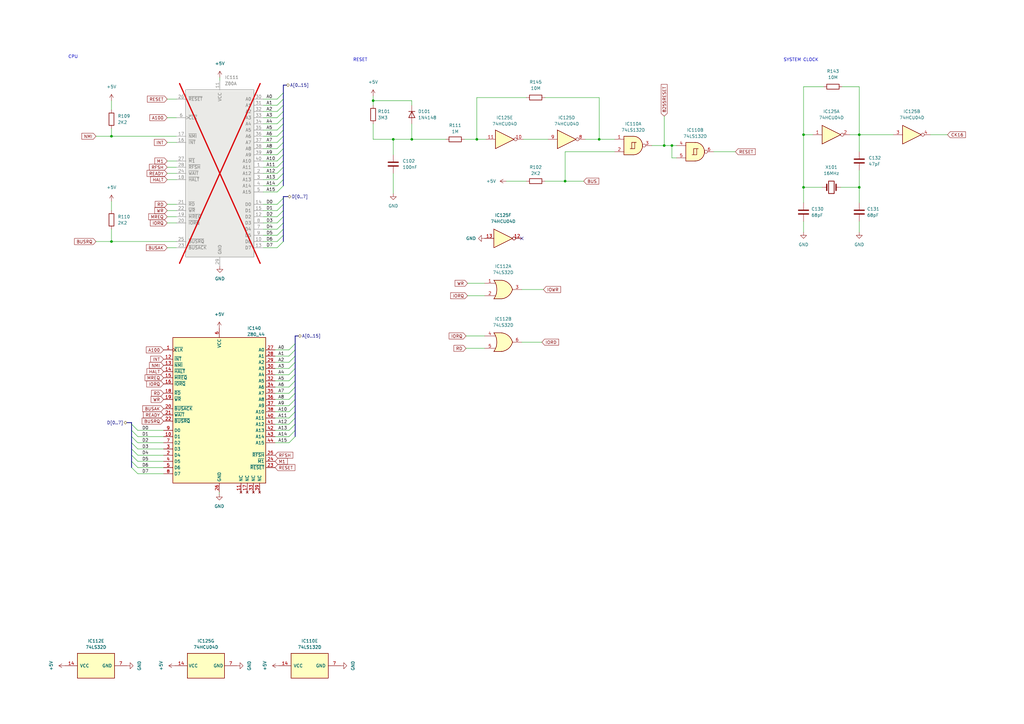
<source format=kicad_sch>
(kicad_sch (version 20230121) (generator eeschema)
  (paper "A3")
  (lib_symbols
    (symbol "74xx:74LS04"
      (property "Reference" "U" (at 0 1.27 0))
      (property "Value" "74LS04" (at 0 -1.27 0))
      (symbol "74LS04_1_0"
        (pin input line (at -7.62 0 0) (length 3.81) (name "~") (number "1"))
        (pin output inverted (at 7.62 0 180) (length 3.81) (name "~") (number "2"))
      )
      (symbol "74LS04_2_0"
        (pin input line (at -7.62 0 0) (length 3.81) (name "~") (number "3"))
        (pin output inverted (at 7.62 0 180) (length 3.81) (name "~") (number "4"))
      )
      (symbol "74LS04_3_0"
        (pin input line (at -7.62 0 0) (length 3.81) (name "~") (number "5"))
        (pin output inverted (at 7.62 0 180) (length 3.81) (name "~") (number "6"))
      )
      (symbol "74LS04_4_0"
        (pin output inverted (at 7.62 0 180) (length 3.81) (name "~") (number "8"))
        (pin input line (at -7.62 0 0) (length 3.81) (name "~") (number "9"))
      )
      (symbol "74LS04_5_0"
        (pin output inverted (at 7.62 0 180) (length 3.81) (name "~") (number "10"))
        (pin input line (at -7.62 0 0) (length 3.81) (name "~") (number "11"))
      )
      (symbol "74LS04_6_0"
        (pin output inverted (at 7.62 0 180) (length 3.81) (name "~") (number "12"))
        (pin input line (at -7.62 0 0) (length 3.81) (name "~") (number "13"))
      )
      (symbol "74LS04_7_0"
        (pin power_in line (at 0 12.7 270) (length 5.08) (name "VCC") (number "14"))
        (pin power_in line (at 0 -12.7 90) (length 5.08) (name "GND") (number "7"))
      )
    )
    (symbol "74xx:74LS132" (pin_names (offset 1.016))
      (property "Reference" "U" (at 0 1.27 0))
      (property "Value" "74LS132" (at 0 -1.27 0))
      (symbol "74LS132_1_1"
        (pin input line (at -7.62 2.54 0) (length 3.81) (name "~") (number "1"))
        (pin input line (at -7.62 -2.54 0) (length 3.81) (name "~") (number "2"))
        (pin output inverted (at 7.62 0 180) (length 3.81) (name "~") (number "3"))
      )
      (symbol "74LS132_1_2"
        (pin input inverted (at -7.62 2.54 0) (length 4.318) (name "~") (number "1"))
        (pin input inverted (at -7.62 -2.54 0) (length 4.318) (name "~") (number "2"))
        (pin output line (at 7.62 0 180) (length 3.81) (name "~") (number "3"))
      )
      (symbol "74LS132_2_1"
        (pin input line (at -7.62 2.54 0) (length 3.81) (name "~") (number "4"))
        (pin input line (at -7.62 -2.54 0) (length 3.81) (name "~") (number "5"))
        (pin output inverted (at 7.62 0 180) (length 3.81) (name "~") (number "6"))
      )
      (symbol "74LS132_2_2"
        (pin input inverted (at -7.62 2.54 0) (length 4.318) (name "~") (number "4"))
        (pin input inverted (at -7.62 -2.54 0) (length 4.318) (name "~") (number "5"))
        (pin output line (at 7.62 0 180) (length 3.81) (name "~") (number "6"))
      )
      (symbol "74LS132_3_1"
        (pin input line (at -7.62 -2.54 0) (length 3.81) (name "~") (number "10"))
        (pin output inverted (at 7.62 0 180) (length 3.81) (name "~") (number "8"))
        (pin input line (at -7.62 2.54 0) (length 3.81) (name "~") (number "9"))
      )
      (symbol "74LS132_3_2"
        (pin input inverted (at -7.62 -2.54 0) (length 4.318) (name "~") (number "10"))
        (pin output line (at 7.62 0 180) (length 3.81) (name "~") (number "8"))
        (pin input inverted (at -7.62 2.54 0) (length 4.318) (name "~") (number "9"))
      )
      (symbol "74LS132_4_1"
        (pin output inverted (at 7.62 0 180) (length 3.81) (name "~") (number "11"))
        (pin input line (at -7.62 2.54 0) (length 3.81) (name "~") (number "12"))
        (pin input line (at -7.62 -2.54 0) (length 3.81) (name "~") (number "13"))
      )
      (symbol "74LS132_4_2"
        (pin output line (at 7.62 0 180) (length 3.81) (name "~") (number "11"))
        (pin input inverted (at -7.62 2.54 0) (length 4.318) (name "~") (number "12"))
        (pin input inverted (at -7.62 -2.54 0) (length 4.318) (name "~") (number "13"))
      )
      (symbol "74LS132_5_0"
        (pin power_in line (at 0 12.7 270) (length 5.08) (name "VCC") (number "14"))
        (pin power_in line (at 0 -12.7 90) (length 5.08) (name "GND") (number "7"))
      )
    )
    (symbol "74xx:74LS32" (pin_names (offset 1.016))
      (property "Reference" "U" (at 0 1.27 0))
      (property "Value" "74LS32" (at 0 -1.27 0))
      (symbol "74LS32_1_1"
        (pin input line (at -7.62 2.54 0) (length 4.318) (name "~") (number "1"))
        (pin input line (at -7.62 -2.54 0) (length 4.318) (name "~") (number "2"))
        (pin output line (at 7.62 0 180) (length 3.81) (name "~") (number "3"))
      )
      (symbol "74LS32_1_2"
        (pin input inverted (at -7.62 2.54 0) (length 3.81) (name "~") (number "1"))
        (pin input inverted (at -7.62 -2.54 0) (length 3.81) (name "~") (number "2"))
        (pin output inverted (at 7.62 0 180) (length 3.81) (name "~") (number "3"))
      )
      (symbol "74LS32_2_1"
        (pin input line (at -7.62 2.54 0) (length 4.318) (name "~") (number "4"))
        (pin input line (at -7.62 -2.54 0) (length 4.318) (name "~") (number "5"))
        (pin output line (at 7.62 0 180) (length 3.81) (name "~") (number "6"))
      )
      (symbol "74LS32_2_2"
        (pin input inverted (at -7.62 2.54 0) (length 3.81) (name "~") (number "4"))
        (pin input inverted (at -7.62 -2.54 0) (length 3.81) (name "~") (number "5"))
        (pin output inverted (at 7.62 0 180) (length 3.81) (name "~") (number "6"))
      )
      (symbol "74LS32_3_1"
        (pin input line (at -7.62 -2.54 0) (length 4.318) (name "~") (number "10"))
        (pin output line (at 7.62 0 180) (length 3.81) (name "~") (number "8"))
        (pin input line (at -7.62 2.54 0) (length 4.318) (name "~") (number "9"))
      )
      (symbol "74LS32_3_2"
        (pin input inverted (at -7.62 -2.54 0) (length 3.81) (name "~") (number "10"))
        (pin output inverted (at 7.62 0 180) (length 3.81) (name "~") (number "8"))
        (pin input inverted (at -7.62 2.54 0) (length 3.81) (name "~") (number "9"))
      )
      (symbol "74LS32_4_1"
        (pin output line (at 7.62 0 180) (length 3.81) (name "~") (number "11"))
        (pin input line (at -7.62 2.54 0) (length 4.318) (name "~") (number "12"))
        (pin input line (at -7.62 -2.54 0) (length 4.318) (name "~") (number "13"))
      )
      (symbol "74LS32_4_2"
        (pin output inverted (at 7.62 0 180) (length 3.81) (name "~") (number "11"))
        (pin input inverted (at -7.62 2.54 0) (length 3.81) (name "~") (number "12"))
        (pin input inverted (at -7.62 -2.54 0) (length 3.81) (name "~") (number "13"))
      )
      (symbol "74LS32_5_0"
        (pin power_in line (at 0 12.7 270) (length 5.08) (name "VCC") (number "14"))
        (pin power_in line (at 0 -12.7 90) (length 5.08) (name "GND") (number "7"))
      )
    )
    (symbol "Amstrad:Z80_44"
      (property "Reference" "U" (at -17.78 31.75 0))
      (property "Value" "Z80_44" (at 15.24 31.75 0))
      (symbol "Z80_44_1_1"
        (pin input clock (at -22.86 25.4 0) (length 3.81) (name "~{CLK}") (number "1"))
        (pin bidirectional line (at -22.86 -10.16 0) (length 3.81) (name "D1") (number "10"))
        (pin no_connect line (at 8.89 -33.02 90) (length 3.81) (name "NC") (number "11"))
        (pin input line (at -22.86 21.59 0) (length 3.81) (name "~{INT}") (number "12"))
        (pin input line (at -22.86 19.05 0) (length 3.81) (name "~{NMI}") (number "13"))
        (pin output line (at -22.86 16.51 0) (length 3.81) (name "~{HALT}") (number "14"))
        (pin output line (at -22.86 13.97 0) (length 3.81) (name "~{MREQ}") (number "15"))
        (pin output line (at -22.86 11.43 0) (length 3.81) (name "~{IORQ}") (number "16"))
        (pin no_connect line (at 11.43 -33.02 90) (length 3.81) (name "NC") (number "17"))
        (pin output line (at -22.86 7.62 0) (length 3.81) (name "~{RD}") (number "18"))
        (pin output line (at -22.86 5.08 0) (length 3.81) (name "~{WR}") (number "19"))
        (pin bidirectional line (at -22.86 -17.78 0) (length 3.81) (name "D4") (number "2"))
        (pin output line (at -22.86 1.27 0) (length 3.81) (name "~{BUSACK}") (number "20"))
        (pin input line (at -22.86 -1.27 0) (length 3.81) (name "~{WAIT}") (number "21"))
        (pin input line (at -22.86 -3.81 0) (length 3.81) (name "~{BUSRQ}") (number "22"))
        (pin input line (at 22.86 -22.86 180) (length 3.81) (name "~{RESET}") (number "23"))
        (pin output line (at 22.86 -20.32 180) (length 3.81) (name "~{M1}") (number "24"))
        (pin output line (at 22.86 -17.78 180) (length 3.81) (name "~{RFSH}") (number "25"))
        (pin power_in line (at 0 -33.02 90) (length 3.81) (name "GND") (number "26"))
        (pin output line (at 22.86 25.4 180) (length 3.81) (name "A0") (number "27"))
        (pin output line (at 22.86 22.86 180) (length 3.81) (name "A1") (number "28"))
        (pin output line (at 22.86 20.32 180) (length 3.81) (name "A2") (number "29"))
        (pin bidirectional line (at -22.86 -15.24 0) (length 3.81) (name "D3") (number "3"))
        (pin output line (at 22.86 17.78 180) (length 3.81) (name "A3") (number "30"))
        (pin output line (at 22.86 15.24 180) (length 3.81) (name "A4") (number "31"))
        (pin output line (at 22.86 12.7 180) (length 3.81) (name "A5") (number "32"))
        (pin no_connect line (at 13.97 -33.02 90) (length 3.81) (name "NC") (number "33"))
        (pin output line (at 22.86 10.16 180) (length 3.81) (name "A6") (number "34"))
        (pin output line (at 22.86 7.62 180) (length 3.81) (name "A7") (number "35"))
        (pin output line (at 22.86 5.08 180) (length 3.81) (name "A8") (number "36"))
        (pin output line (at 22.86 2.54 180) (length 3.81) (name "A9") (number "37"))
        (pin output line (at 22.86 0 180) (length 3.81) (name "A10") (number "38"))
        (pin no_connect line (at 16.51 -33.02 90) (length 3.81) (name "NC") (number "39"))
        (pin bidirectional line (at -22.86 -20.32 0) (length 3.81) (name "D5") (number "4"))
        (pin output line (at 22.86 -2.54 180) (length 3.81) (name "A11") (number "40"))
        (pin output line (at 22.86 -5.08 180) (length 3.81) (name "A12") (number "41"))
        (pin output line (at 22.86 -7.62 180) (length 3.81) (name "A13") (number "42"))
        (pin output line (at 22.86 -10.16 180) (length 3.81) (name "A14") (number "43"))
        (pin output line (at 22.86 -12.7 180) (length 3.81) (name "A15") (number "44"))
        (pin bidirectional line (at -22.86 -22.86 0) (length 3.81) (name "D6") (number "5"))
        (pin power_in line (at 0 34.29 270) (length 3.81) (name "VCC") (number "6"))
        (pin bidirectional line (at -22.86 -12.7 0) (length 3.81) (name "D2") (number "7"))
        (pin bidirectional line (at -22.86 -25.4 0) (length 3.81) (name "D7") (number "8"))
        (pin bidirectional line (at -22.86 -7.62 0) (length 3.81) (name "D0") (number "9"))
      )
    )
    (symbol "CPU:Z80CPU" (pin_names (offset 1.016))
      (property "Reference" "U" (at -13.97 35.56 0))
      (property "Value" "Z80CPU" (at 6.35 35.56 0))
      (symbol "Z80CPU_1_1"
        (pin output line (at 17.78 2.54 180) (length 3.81) (name "A11") (number "1"))
        (pin bidirectional line (at 17.78 -27.94 180) (length 3.81) (name "D6") (number "10"))
        (pin power_in line (at 0 38.1 270) (length 3.81) (name "VCC") (number "11"))
        (pin bidirectional line (at 17.78 -17.78 180) (length 3.81) (name "D2") (number "12"))
        (pin bidirectional line (at 17.78 -30.48 180) (length 3.81) (name "D7") (number "13"))
        (pin bidirectional line (at 17.78 -12.7 180) (length 3.81) (name "D0") (number "14"))
        (pin bidirectional line (at 17.78 -15.24 180) (length 3.81) (name "D1") (number "15"))
        (pin input line (at -17.78 12.7 0) (length 3.81) (name "~{INT}") (number "16"))
        (pin input line (at -17.78 15.24 0) (length 3.81) (name "~{NMI}") (number "17"))
        (pin output line (at -17.78 -2.54 0) (length 3.81) (name "~{HALT}") (number "18"))
        (pin output line (at -17.78 -17.78 0) (length 3.81) (name "~{MREQ}") (number "19"))
        (pin output line (at 17.78 0 180) (length 3.81) (name "A12") (number "2"))
        (pin output line (at -17.78 -20.32 0) (length 3.81) (name "~{IORQ}") (number "20"))
        (pin output line (at -17.78 -12.7 0) (length 3.81) (name "~{RD}") (number "21"))
        (pin output line (at -17.78 -15.24 0) (length 3.81) (name "~{WR}") (number "22"))
        (pin output line (at -17.78 -30.48 0) (length 3.81) (name "~{BUSACK}") (number "23"))
        (pin input line (at -17.78 0 0) (length 3.81) (name "~{WAIT}") (number "24"))
        (pin input line (at -17.78 -27.94 0) (length 3.81) (name "~{BUSRQ}") (number "25"))
        (pin input line (at -17.78 30.48 0) (length 3.81) (name "~{RESET}") (number "26"))
        (pin output line (at -17.78 5.08 0) (length 3.81) (name "~{M1}") (number "27"))
        (pin output line (at -17.78 2.54 0) (length 3.81) (name "~{RFSH}") (number "28"))
        (pin power_in line (at 0 -38.1 90) (length 3.81) (name "GND") (number "29"))
        (pin output line (at 17.78 -2.54 180) (length 3.81) (name "A13") (number "3"))
        (pin output line (at 17.78 30.48 180) (length 3.81) (name "A0") (number "30"))
        (pin output line (at 17.78 27.94 180) (length 3.81) (name "A1") (number "31"))
        (pin output line (at 17.78 25.4 180) (length 3.81) (name "A2") (number "32"))
        (pin output line (at 17.78 22.86 180) (length 3.81) (name "A3") (number "33"))
        (pin output line (at 17.78 20.32 180) (length 3.81) (name "A4") (number "34"))
        (pin output line (at 17.78 17.78 180) (length 3.81) (name "A5") (number "35"))
        (pin output line (at 17.78 15.24 180) (length 3.81) (name "A6") (number "36"))
        (pin output line (at 17.78 12.7 180) (length 3.81) (name "A7") (number "37"))
        (pin output line (at 17.78 10.16 180) (length 3.81) (name "A8") (number "38"))
        (pin output line (at 17.78 7.62 180) (length 3.81) (name "A9") (number "39"))
        (pin output line (at 17.78 -5.08 180) (length 3.81) (name "A14") (number "4"))
        (pin output line (at 17.78 5.08 180) (length 3.81) (name "A10") (number "40"))
        (pin output line (at 17.78 -7.62 180) (length 3.81) (name "A15") (number "5"))
        (pin input clock (at -17.78 22.86 0) (length 3.81) (name "~{CLK}") (number "6"))
        (pin bidirectional line (at 17.78 -22.86 180) (length 3.81) (name "D4") (number "7"))
        (pin bidirectional line (at 17.78 -20.32 180) (length 3.81) (name "D3") (number "8"))
        (pin bidirectional line (at 17.78 -25.4 180) (length 3.81) (name "D5") (number "9"))
      )
    )
    (symbol "Device:C" (pin_numbers hide) (pin_names (offset 0.254))
      (property "Reference" "C" (at 0.635 2.54 0))
      (property "Value" "C" (at 0.635 -2.54 0))
      (symbol "C_1_1"
        (pin passive line (at 0 3.81 270) (length 2.794) (name "~") (number "1"))
        (pin passive line (at 0 -3.81 90) (length 2.794) (name "~") (number "2"))
      )
    )
    (symbol "Device:Crystal" (pin_numbers hide) (pin_names (offset 1.016) hide)
      (property "Reference" "Y" (at 0 3.81 0))
      (property "Value" "Crystal" (at 0 -3.81 0))
      (symbol "Crystal_1_1"
        (pin passive line (at -3.81 0 0) (length 1.27) (name "1") (number "1"))
        (pin passive line (at 3.81 0 180) (length 1.27) (name "2") (number "2"))
      )
    )
    (symbol "Device:D" (pin_numbers hide) (pin_names (offset 1.016) hide)
      (property "Reference" "D" (at 0 2.54 0))
      (property "Value" "D" (at 0 -2.54 0))
      (symbol "D_1_1"
        (pin passive line (at -3.81 0 0) (length 2.54) (name "K") (number "1"))
        (pin passive line (at 3.81 0 180) (length 2.54) (name "A") (number "2"))
      )
    )
    (symbol "Device:R" (pin_numbers hide) (pin_names (offset 0))
      (property "Reference" "R" (at 2.032 0 90))
      (property "Value" "R" (at 0 0 90))
      (symbol "R_1_1"
        (pin passive line (at 0 3.81 270) (length 1.27) (name "~") (number "1"))
        (pin passive line (at 0 -3.81 90) (length 1.27) (name "~") (number "2"))
      )
    )
    (symbol "power:+5V" (power) (pin_names (offset 0))
      (property "Value" "+5V" (at 0 3.556 0))
      (symbol "+5V_1_1"
        (pin power_in line (at 0 0 90) (length 0) hide (name "+5V") (number "1"))
      )
    )
    (symbol "power:GND" (power) (pin_names (offset 0))
      (property "Value" "GND" (at 0 -3.81 0))
      (symbol "GND_1_1"
        (pin power_in line (at 0 0 270) (length 0) hide (name "GND") (number "1"))
      )
    )
  )
  (junction (at 245.745 57.15))
  (junction (at 45.72 99.06))
  (junction (at 272.415 59.69))
  (junction (at 231.775 74.295))
  (junction (at 275.59 59.69))
  (junction (at 153.035 41.275))
  (junction (at 195.58 57.15))
  (junction (at 329.565 55.245))
  (junction (at 352.425 76.835))
  (junction (at 45.72 55.88))
  (junction (at 329.565 76.835))
  (junction (at 168.91 57.15))
  (junction (at 161.29 57.15))
  (junction (at 352.425 55.245))
  (no_connect (at 213.995 97.79))
  (bus_entry (at 56.515 176.53) (size -2.54 -2.54))
  (bus_entry (at 113.665 93.98) (size 2.54 -2.54))
  (bus_entry (at 118.5322 171.45) (size 2.54 -2.54))
  (bus_entry (at 118.5322 168.91) (size 2.54 -2.54))
  (bus_entry (at 56.515 189.23) (size -2.54 -2.54))
  (bus_entry (at 113.665 66.04) (size 2.54 -2.54))
  (bus_entry (at 113.665 53.34) (size 2.54 -2.54))
  (bus_entry (at 113.665 83.82) (size 2.54 -2.54))
  (bus_entry (at 118.5322 163.83) (size 2.54 -2.54))
  (bus_entry (at 113.665 50.8) (size 2.54 -2.54))
  (bus_entry (at 113.665 86.36) (size 2.54 -2.54))
  (bus_entry (at 113.665 58.42) (size 2.54 -2.54))
  (bus_entry (at 118.5322 173.99) (size 2.54 -2.54))
  (bus_entry (at 118.5322 158.75) (size 2.54 -2.54))
  (bus_entry (at 113.665 76.2) (size 2.54 -2.54))
  (bus_entry (at 113.665 99.06) (size 2.54 -2.54))
  (bus_entry (at 118.5322 153.67) (size 2.54 -2.54))
  (bus_entry (at 118.5322 176.53) (size 2.54 -2.54))
  (bus_entry (at 118.5322 179.07) (size 2.54 -2.54))
  (bus_entry (at 118.5322 148.59) (size 2.54 -2.54))
  (bus_entry (at 56.515 179.07) (size -2.54 -2.54))
  (bus_entry (at 56.515 184.15) (size -2.54 -2.54))
  (bus_entry (at 56.515 181.61) (size -2.54 -2.54))
  (bus_entry (at 118.5322 181.61) (size 2.54 -2.54))
  (bus_entry (at 118.5322 143.51) (size 2.54 -2.54))
  (bus_entry (at 113.665 96.52) (size 2.54 -2.54))
  (bus_entry (at 118.5322 166.37) (size 2.54 -2.54))
  (bus_entry (at 56.515 194.31) (size -2.54 -2.54))
  (bus_entry (at 56.515 191.77) (size -2.54 -2.54))
  (bus_entry (at 113.665 101.6) (size 2.54 -2.54))
  (bus_entry (at 113.665 48.26) (size 2.54 -2.54))
  (bus_entry (at 113.665 40.64) (size 2.54 -2.54))
  (bus_entry (at 118.5322 161.29) (size 2.54 -2.54))
  (bus_entry (at 118.5322 151.13) (size 2.54 -2.54))
  (bus_entry (at 113.665 60.96) (size 2.54 -2.54))
  (bus_entry (at 113.665 73.66) (size 2.54 -2.54))
  (bus_entry (at 118.5322 156.21) (size 2.54 -2.54))
  (bus_entry (at 56.515 186.69) (size -2.54 -2.54))
  (bus_entry (at 113.665 63.5) (size 2.54 -2.54))
  (bus_entry (at 113.665 88.9) (size 2.54 -2.54))
  (bus_entry (at 113.665 91.44) (size 2.54 -2.54))
  (bus_entry (at 113.665 71.12) (size 2.54 -2.54))
  (bus_entry (at 113.665 43.18) (size 2.54 -2.54))
  (bus_entry (at 113.665 45.72) (size 2.54 -2.54))
  (bus_entry (at 118.5322 146.05) (size 2.54 -2.54))
  (bus_entry (at 113.665 55.88) (size 2.54 -2.54))
  (bus_entry (at 113.665 68.58) (size 2.54 -2.54))
  (bus_entry (at 113.665 78.74) (size 2.54 -2.54))
  (wire (pts (xy 56.515 176.53) (xy 67.0972 176.53)))
  (wire (pts (xy 352.425 55.245) (xy 352.425 35.56)))
  (bus (pts (xy 121.0722 151.13) (xy 121.0722 153.67)))
  (wire (pts (xy 107.95 48.26) (xy 113.665 48.26)))
  (wire (pts (xy 272.415 59.69) (xy 275.59 59.69)))
  (wire (pts (xy 107.95 73.66) (xy 113.665 73.66)))
  (wire (pts (xy 153.035 41.275) (xy 153.035 43.18)))
  (bus (pts (xy 53.975 181.61) (xy 53.975 184.15)))
  (wire (pts (xy 56.515 179.07) (xy 67.0972 179.07)))
  (bus (pts (xy 121.0722 153.67) (xy 121.0722 156.21)))
  (wire (pts (xy 245.745 57.15) (xy 252.095 57.15)))
  (wire (pts (xy 153.035 39.37) (xy 153.035 41.275)))
  (wire (pts (xy 231.775 74.295) (xy 239.395 74.295)))
  (wire (pts (xy 68.58 101.6) (xy 72.39 101.6)))
  (wire (pts (xy 277.495 64.77) (xy 275.59 64.77)))
  (bus (pts (xy 121.0722 163.83) (xy 121.0722 166.37)))
  (wire (pts (xy 107.95 53.34) (xy 113.665 53.34)))
  (wire (pts (xy 329.565 35.56) (xy 337.82 35.56)))
  (wire (pts (xy 245.745 40.005) (xy 245.745 57.15)))
  (wire (pts (xy 45.72 55.88) (xy 72.39 55.88)))
  (wire (pts (xy 352.425 69.85) (xy 352.425 76.835)))
  (wire (pts (xy 68.58 83.82) (xy 72.39 83.82)))
  (wire (pts (xy 207.645 74.295) (xy 215.9 74.295)))
  (wire (pts (xy 348.615 55.245) (xy 352.425 55.245)))
  (wire (pts (xy 112.8172 176.53) (xy 118.5322 176.53)))
  (wire (pts (xy 68.58 86.36) (xy 72.39 86.36)))
  (wire (pts (xy 267.335 59.69) (xy 272.415 59.69)))
  (bus (pts (xy 116.205 45.72) (xy 116.205 48.26)))
  (wire (pts (xy 214.63 57.15) (xy 224.79 57.15)))
  (bus (pts (xy 121.0722 166.37) (xy 121.0722 168.91)))
  (bus (pts (xy 121.0722 148.59) (xy 121.0722 151.13)))
  (bus (pts (xy 116.205 34.925) (xy 116.205 38.1)))
  (wire (pts (xy 153.035 57.15) (xy 161.29 57.15)))
  (wire (pts (xy 215.9 40.005) (xy 195.58 40.005)))
  (wire (pts (xy 352.425 83.185) (xy 352.425 76.835)))
  (bus (pts (xy 116.205 93.98) (xy 116.205 96.52)))
  (wire (pts (xy 112.8172 171.45) (xy 118.5322 171.45)))
  (wire (pts (xy 45.72 41.275) (xy 45.72 45.085)))
  (bus (pts (xy 53.975 186.69) (xy 53.975 189.23)))
  (wire (pts (xy 56.515 189.23) (xy 67.0972 189.23)))
  (wire (pts (xy 161.29 71.12) (xy 161.29 79.375)))
  (bus (pts (xy 122.3422 137.795) (xy 121.0722 137.795)))
  (bus (pts (xy 121.0722 173.99) (xy 121.0722 176.53)))
  (bus (pts (xy 116.205 63.5) (xy 116.205 66.04)))
  (wire (pts (xy 329.565 83.185) (xy 329.565 76.835)))
  (wire (pts (xy 112.8172 156.21) (xy 118.5322 156.21)))
  (wire (pts (xy 107.95 43.18) (xy 113.665 43.18)))
  (bus (pts (xy 121.0722 146.05) (xy 121.0722 148.59)))
  (wire (pts (xy 107.95 99.06) (xy 113.665 99.06)))
  (wire (pts (xy 352.425 90.805) (xy 352.425 95.25)))
  (wire (pts (xy 153.035 41.275) (xy 168.91 41.275)))
  (wire (pts (xy 107.95 66.04) (xy 113.665 66.04)))
  (wire (pts (xy 45.72 82.55) (xy 45.72 86.36)))
  (bus (pts (xy 116.205 40.64) (xy 116.205 43.18)))
  (wire (pts (xy 68.58 88.9) (xy 72.39 88.9)))
  (wire (pts (xy 168.91 50.8) (xy 168.91 57.15)))
  (wire (pts (xy 56.515 186.69) (xy 67.0972 186.69)))
  (bus (pts (xy 121.0722 137.795) (xy 121.0722 140.97)))
  (wire (pts (xy 292.735 62.23) (xy 301.625 62.23)))
  (wire (pts (xy 112.8172 179.07) (xy 118.5322 179.07)))
  (wire (pts (xy 107.95 71.12) (xy 113.665 71.12)))
  (wire (pts (xy 107.95 40.64) (xy 113.665 40.64)))
  (bus (pts (xy 116.205 88.9) (xy 116.205 91.44)))
  (wire (pts (xy 107.95 78.74) (xy 113.665 78.74)))
  (bus (pts (xy 116.205 43.18) (xy 116.205 45.72)))
  (wire (pts (xy 68.58 58.42) (xy 72.39 58.42)))
  (wire (pts (xy 107.95 86.36) (xy 113.665 86.36)))
  (wire (pts (xy 45.72 93.98) (xy 45.72 99.06)))
  (wire (pts (xy 191.135 137.795) (xy 198.755 137.795)))
  (wire (pts (xy 107.95 45.72) (xy 113.665 45.72)))
  (bus (pts (xy 116.205 73.66) (xy 116.205 76.2)))
  (bus (pts (xy 116.205 81.28) (xy 116.205 83.82)))
  (wire (pts (xy 168.91 43.18) (xy 168.91 41.275)))
  (bus (pts (xy 53.975 179.07) (xy 53.975 181.61)))
  (bus (pts (xy 52.07 173.355) (xy 53.975 173.355)))
  (wire (pts (xy 45.72 52.705) (xy 45.72 55.88)))
  (wire (pts (xy 39.37 99.06) (xy 45.72 99.06)))
  (bus (pts (xy 116.205 80.645) (xy 116.205 81.28)))
  (wire (pts (xy 112.8172 168.91) (xy 118.5322 168.91)))
  (wire (pts (xy 112.8172 173.99) (xy 118.5322 173.99)))
  (wire (pts (xy 107.95 50.8) (xy 113.665 50.8)))
  (bus (pts (xy 116.205 60.96) (xy 116.205 63.5)))
  (bus (pts (xy 116.205 58.42) (xy 116.205 60.96)))
  (wire (pts (xy 107.95 76.2) (xy 113.665 76.2)))
  (wire (pts (xy 275.59 64.77) (xy 275.59 59.69)))
  (wire (pts (xy 191.77 121.285) (xy 198.755 121.285)))
  (bus (pts (xy 116.205 66.04) (xy 116.205 68.58)))
  (wire (pts (xy 68.58 40.64) (xy 72.39 40.64)))
  (wire (pts (xy 112.8172 151.13) (xy 118.5322 151.13)))
  (wire (pts (xy 223.52 74.295) (xy 231.775 74.295)))
  (bus (pts (xy 116.205 96.52) (xy 116.205 99.06)))
  (wire (pts (xy 107.95 55.88) (xy 113.665 55.88)))
  (wire (pts (xy 191.135 142.875) (xy 198.755 142.875)))
  (bus (pts (xy 116.205 50.8) (xy 116.205 53.34)))
  (wire (pts (xy 112.8172 166.37) (xy 118.5322 166.37)))
  (bus (pts (xy 116.205 68.58) (xy 116.205 71.12)))
  (bus (pts (xy 121.0722 161.29) (xy 121.0722 163.83)))
  (wire (pts (xy 329.565 76.835) (xy 329.565 55.245)))
  (wire (pts (xy 107.95 83.82) (xy 113.665 83.82)))
  (wire (pts (xy 107.95 91.44) (xy 113.665 91.44)))
  (bus (pts (xy 116.205 83.82) (xy 116.205 86.36)))
  (bus (pts (xy 116.205 53.34) (xy 116.205 55.88)))
  (wire (pts (xy 107.95 93.98) (xy 113.665 93.98)))
  (bus (pts (xy 116.205 38.1) (xy 116.205 40.64)))
  (wire (pts (xy 112.8172 153.67) (xy 118.5322 153.67)))
  (bus (pts (xy 121.0722 176.53) (xy 121.0722 179.07)))
  (bus (pts (xy 121.0722 143.51) (xy 121.0722 146.05)))
  (wire (pts (xy 68.58 71.12) (xy 72.39 71.12)))
  (wire (pts (xy 231.775 62.23) (xy 252.095 62.23)))
  (bus (pts (xy 117.475 34.925) (xy 116.205 34.925)))
  (wire (pts (xy 112.8172 158.75) (xy 118.5322 158.75)))
  (wire (pts (xy 223.52 40.005) (xy 245.745 40.005)))
  (bus (pts (xy 116.205 86.36) (xy 116.205 88.9)))
  (bus (pts (xy 118.11 80.645) (xy 116.205 80.645)))
  (bus (pts (xy 116.205 48.26) (xy 116.205 50.8)))
  (wire (pts (xy 275.59 59.69) (xy 277.495 59.69)))
  (wire (pts (xy 68.58 73.66) (xy 72.39 73.66)))
  (wire (pts (xy 107.95 96.52) (xy 113.665 96.52)))
  (wire (pts (xy 195.58 57.15) (xy 199.39 57.15)))
  (wire (pts (xy 329.565 55.245) (xy 333.375 55.245)))
  (wire (pts (xy 329.565 76.835) (xy 337.185 76.835)))
  (wire (pts (xy 344.805 76.835) (xy 352.425 76.835)))
  (wire (pts (xy 112.8172 163.83) (xy 118.5322 163.83)))
  (wire (pts (xy 161.29 57.15) (xy 161.29 63.5)))
  (bus (pts (xy 121.0722 168.91) (xy 121.0722 171.45)))
  (wire (pts (xy 107.95 68.58) (xy 113.665 68.58)))
  (wire (pts (xy 240.03 57.15) (xy 245.745 57.15)))
  (wire (pts (xy 329.565 55.245) (xy 329.565 35.56)))
  (bus (pts (xy 121.0722 171.45) (xy 121.0722 173.99)))
  (wire (pts (xy 213.995 118.745) (xy 222.885 118.745)))
  (wire (pts (xy 112.8172 146.05) (xy 118.5322 146.05)))
  (wire (pts (xy 352.425 55.245) (xy 352.425 62.23)))
  (wire (pts (xy 107.95 88.9) (xy 113.665 88.9)))
  (bus (pts (xy 116.205 71.12) (xy 116.205 73.66)))
  (bus (pts (xy 116.205 55.88) (xy 116.205 58.42)))
  (wire (pts (xy 39.37 55.88) (xy 45.72 55.88)))
  (bus (pts (xy 53.975 184.15) (xy 53.975 186.69)))
  (wire (pts (xy 45.72 99.06) (xy 72.39 99.06)))
  (wire (pts (xy 329.565 90.805) (xy 329.565 95.25)))
  (wire (pts (xy 231.775 74.295) (xy 231.775 62.23)))
  (bus (pts (xy 53.975 189.23) (xy 53.975 191.77)))
  (wire (pts (xy 191.77 116.205) (xy 198.755 116.205)))
  (bus (pts (xy 121.0722 156.21) (xy 121.0722 158.75)))
  (wire (pts (xy 272.415 47.625) (xy 272.415 59.69)))
  (bus (pts (xy 53.975 173.99) (xy 53.975 176.53)))
  (bus (pts (xy 116.205 91.44) (xy 116.205 93.98)))
  (wire (pts (xy 68.58 91.44) (xy 72.39 91.44)))
  (bus (pts (xy 53.975 173.355) (xy 53.975 173.99)))
  (bus (pts (xy 53.975 176.53) (xy 53.975 179.07)))
  (wire (pts (xy 56.515 181.61) (xy 67.0972 181.61)))
  (wire (pts (xy 56.515 194.31) (xy 67.0972 194.31)))
  (wire (pts (xy 107.95 63.5) (xy 113.665 63.5)))
  (wire (pts (xy 153.035 50.8) (xy 153.035 57.15)))
  (wire (pts (xy 213.995 140.335) (xy 222.25 140.335)))
  (wire (pts (xy 112.8172 181.61) (xy 118.5322 181.61)))
  (wire (pts (xy 107.95 58.42) (xy 113.665 58.42)))
  (bus (pts (xy 121.0722 140.97) (xy 121.0722 143.51)))
  (wire (pts (xy 352.425 35.56) (xy 345.44 35.56)))
  (wire (pts (xy 56.515 191.77) (xy 67.0972 191.77)))
  (wire (pts (xy 112.8172 148.59) (xy 118.5322 148.59)))
  (wire (pts (xy 168.91 57.15) (xy 182.88 57.15)))
  (wire (pts (xy 68.58 68.58) (xy 72.39 68.58)))
  (wire (pts (xy 190.5 57.15) (xy 195.58 57.15)))
  (wire (pts (xy 107.95 101.6) (xy 113.665 101.6)))
  (wire (pts (xy 68.58 66.04) (xy 72.39 66.04)))
  (wire (pts (xy 107.95 60.96) (xy 113.665 60.96)))
  (wire (pts (xy 112.8172 161.29) (xy 118.5322 161.29)))
  (bus (pts (xy 121.0722 158.75) (xy 121.0722 161.29)))
  (wire (pts (xy 161.29 57.15) (xy 168.91 57.15)))
  (wire (pts (xy 56.515 184.15) (xy 67.0972 184.15)))
  (wire (pts (xy 68.58 48.26) (xy 72.39 48.26)))
  (wire (pts (xy 195.58 40.005) (xy 195.58 57.15)))
  (wire (pts (xy 90.17 31.75) (xy 90.17 33.02)))
  (wire (pts (xy 352.425 55.245) (xy 366.395 55.245)))
  (wire (pts (xy 381.635 55.245) (xy 388.62 55.245)))
  (wire (pts (xy 89.9572 202.565) (xy 89.9572 201.93)))
  (wire (pts (xy 112.8172 143.51) (xy 118.5322 143.51)))
  (text "RESET" (at 144.78 25.4 0) (effects (font (size 1.27 1.27)) (justify left bottom)))
  (text "CPU" (at 27.94 24.13 0) (effects (font (size 1.27 1.27)) (justify left bottom)))
  (text "SYSTEM CLOCK" (at 321.31 25.4 0) (effects (font (size 1.27 1.27)) (justify left bottom)))
  (label "A1" (at 109.22 43.18 0))
  (label "D0" (at 60.96 176.53 180))
  (label "D7" (at 60.96 194.31 180))
  (label "A1" (at 114.0872 146.05 0))
  (label "D5" (at 60.96 189.23 180))
  (label "D2" (at 109.22 88.9 0))
  (label "A4" (at 114.0872 153.67 0))
  (label "A15" (at 114.0872 181.61 0))
  (label "A5" (at 114.0872 156.21 0))
  (label "A3" (at 109.22 48.26 0))
  (label "A0" (at 109.22 40.64 0))
  (label "D2" (at 60.96 181.61 180))
  (label "A12" (at 114.0872 173.99 0))
  (label "A10" (at 114.0872 168.91 0))
  (label "D4" (at 60.96 186.69 180))
  (label "A2" (at 109.22 45.72 0))
  (label "D3" (at 109.22 91.44 0))
  (label "A15" (at 109.22 78.74 0))
  (label "A5" (at 109.22 53.34 0))
  (label "A7" (at 109.22 58.42 0))
  (label "A6" (at 114.0872 158.75 0))
  (label "A13" (at 114.0872 176.53 0))
  (label "D1" (at 60.96 179.07 180))
  (label "A3" (at 114.0872 151.13 0))
  (label "A8" (at 114.0872 163.83 0))
  (label "A7" (at 114.0872 161.29 0))
  (label "D6" (at 60.96 191.77 180))
  (label "A0" (at 114.0872 143.51 0))
  (label "D3" (at 60.96 184.15 180))
  (label "A14" (at 109.22 76.2 0))
  (label "D0" (at 109.22 83.82 0))
  (label "D7" (at 109.22 101.6 0))
  (label "A2" (at 114.0872 148.59 0))
  (label "A8" (at 109.22 60.96 0))
  (label "A11" (at 114.0872 171.45 0))
  (label "A9" (at 109.22 63.5 0))
  (label "A11" (at 109.22 68.58 0))
  (label "D5" (at 109.22 96.52 0))
  (label "A13" (at 109.22 73.66 0))
  (label "A14" (at 114.0872 179.07 0))
  (label "A12" (at 109.22 71.12 0))
  (label "A4" (at 109.22 50.8 0))
  (label "A6" (at 109.22 55.88 0))
  (label "A9" (at 114.0872 166.37 0))
  (label "A10" (at 109.22 66.04 0))
  (label "D4" (at 109.22 93.98 0))
  (label "D6" (at 109.22 99.06 0))
  (label "D1" (at 109.22 86.36 0))
  (global_label "WR" (shape input) (at 191.77 116.205 180) (property "Intersheetrefs" "${INTERSHEET_REFS}" (effects hide)))
  (global_label "RESET" (shape input) (at 68.58 40.64 180) (property "Intersheetrefs" "${INTERSHEET_REFS}" (effects hide)))
  (global_label "BUSRQ" (shape input) (at 67.0972 172.72 180) (property "Intersheetrefs" "${INTERSHEET_REFS}" (effects hide)))
  (global_label "INT" (shape input) (at 68.58 58.42 180) (property "Intersheetrefs" "${INTERSHEET_REFS}" (effects hide)))
  (global_label "BUSAK" (shape input) (at 67.0972 167.64 180) (property "Intersheetrefs" "${INTERSHEET_REFS}" (effects hide)))
  (global_label "RD" (shape input) (at 68.58 83.82 180) (property "Intersheetrefs" "${INTERSHEET_REFS}" (effects hide)))
  (global_label "IOWR" (shape input) (at 222.885 118.745 0) (property "Intersheetrefs" "${INTERSHEET_REFS}" (effects hide)))
  (global_label "WR" (shape input) (at 67.0972 163.83 180) (property "Intersheetrefs" "${INTERSHEET_REFS}" (effects hide)))
  (global_label "BUS" (shape input) (at 239.395 74.295 0) (property "Intersheetrefs" "${INTERSHEET_REFS}" (effects hide)))
  (global_label "INT" (shape input) (at 67.0972 147.32 180) (property "Intersheetrefs" "${INTERSHEET_REFS}" (effects hide)))
  (global_label "NMI" (shape input) (at 67.0972 149.86 180) (property "Intersheetrefs" "${INTERSHEET_REFS}" (effects hide)))
  (global_label "RESET" (shape input) (at 301.625 62.23 0) (property "Intersheetrefs" "${INTERSHEET_REFS}" (effects hide)))
  (global_label "A100" (shape input) (at 68.58 48.26 180) (property "Intersheetrefs" "${INTERSHEET_REFS}" (effects hide)))
  (global_label "READY" (shape input) (at 68.58 71.12 180) (property "Intersheetrefs" "${INTERSHEET_REFS}" (effects hide)))
  (global_label "RD" (shape input) (at 191.135 142.875 180) (property "Intersheetrefs" "${INTERSHEET_REFS}" (effects hide)))
  (global_label "HALT" (shape input) (at 67.0972 152.4 180) (property "Intersheetrefs" "${INTERSHEET_REFS}" (effects hide)))
  (global_label "MREQ" (shape input) (at 67.0972 154.94 180) (property "Intersheetrefs" "${INTERSHEET_REFS}" (effects hide)))
  (global_label "IORQ" (shape input) (at 67.0972 157.48 180) (property "Intersheetrefs" "${INTERSHEET_REFS}" (effects hide)))
  (global_label "8255RESET" (shape input) (at 272.415 47.625 90) (property "Intersheetrefs" "${INTERSHEET_REFS}" (effects hide)))
  (global_label "IORQ" (shape input) (at 191.135 137.795 180) (property "Intersheetrefs" "${INTERSHEET_REFS}" (effects hide)))
  (global_label "MREQ" (shape input) (at 68.58 88.9 180) (property "Intersheetrefs" "${INTERSHEET_REFS}" (effects hide)))
  (global_label "NMI" (shape input) (at 39.37 55.88 180) (property "Intersheetrefs" "${INTERSHEET_REFS}" (effects hide)))
  (global_label "RESET" (shape input) (at 112.8172 191.77 0) (property "Intersheetrefs" "${INTERSHEET_REFS}" (effects hide)))
  (global_label "IORQ" (shape input) (at 191.77 121.285 180) (property "Intersheetrefs" "${INTERSHEET_REFS}" (effects hide)))
  (global_label "IORQ" (shape input) (at 68.58 91.44 180) (property "Intersheetrefs" "${INTERSHEET_REFS}" (effects hide)))
  (global_label "HALT" (shape input) (at 68.58 73.66 180) (property "Intersheetrefs" "${INTERSHEET_REFS}" (effects hide)))
  (global_label "WR" (shape input) (at 68.58 86.36 180) (property "Intersheetrefs" "${INTERSHEET_REFS}" (effects hide)))
  (global_label "BUSAK" (shape input) (at 68.58 101.6 180) (property "Intersheetrefs" "${INTERSHEET_REFS}" (effects hide)))
  (global_label "M1" (shape input) (at 68.58 66.04 180) (property "Intersheetrefs" "${INTERSHEET_REFS}" (effects hide)))
  (global_label "IORD" (shape input) (at 222.25 140.335 0) (property "Intersheetrefs" "${INTERSHEET_REFS}" (effects hide)))
  (global_label "BUSRQ" (shape input) (at 39.37 99.06 180) (property "Intersheetrefs" "${INTERSHEET_REFS}" (effects hide)))
  (global_label "CK16" (shape input) (at 388.62 55.245 0) (property "Intersheetrefs" "${INTERSHEET_REFS}" (effects hide)))
  (global_label "A100" (shape input) (at 67.0972 143.51 180) (property "Intersheetrefs" "${INTERSHEET_REFS}" (effects hide)))
  (global_label "RFSH" (shape input) (at 112.8172 186.69 0) (property "Intersheetrefs" "${INTERSHEET_REFS}" (effects hide)))
  (global_label "RD" (shape input) (at 67.0972 161.29 180) (property "Intersheetrefs" "${INTERSHEET_REFS}" (effects hide)))
  (global_label "READY" (shape input) (at 67.0972 170.18 180) (property "Intersheetrefs" "${INTERSHEET_REFS}" (effects hide)))
  (global_label "M1" (shape input) (at 112.8172 189.23 0) (property "Intersheetrefs" "${INTERSHEET_REFS}" (effects hide)))
  (global_label "RFSH" (shape input) (at 68.58 68.58 180) (property "Intersheetrefs" "${INTERSHEET_REFS}" (effects hide)))
  (hierarchical_label "D[0..7]" (shape bidirectional) (at 52.07 173.355 180))
  (hierarchical_label "A[0..15]" (shape bidirectional) (at 117.475 34.925 0))
  (hierarchical_label "A[0..15]" (shape bidirectional) (at 122.3422 137.795 0))
  (hierarchical_label "D[0..7]" (shape bidirectional) (at 118.11 80.645 0))
  (symbol (lib_id "Device:C") (at 329.565 86.995 0) (unit 1)
    (property "Reference" "C130" (at 332.74 85.7249 0) (effects (justify left)))
    (property "Value" "68pF" (at 332.74 88.2649 0) (effects (justify left)))
    (property "Footprint" "Capacitor_SMD:C_0805_2012Metric" (effects hide))
    (property "LCSC" "C1834" (effects hide))
  )
  (symbol (lib_id "74xx:74LS04") (at 207.01 57.15 0) (unit 5)
    (property "Reference" "IC125" (at 207.01 48.26 0))
    (property "Value" "74HCU04D" (at 207.01 50.8 0))
    (property "Footprint" "Package_SO:SOIC-14_3.9x8.7mm_P1.27mm" (effects hide))
    (property "Datasheet" "http://www.ti.com/lit/gpn/sn74LS04" (effects hide))
  )
  (symbol (lib_id "power:+5V") (at 89.9572 134.62 0) (unit 1)
    (property "Reference" "#PWR0209" (effects hide))
    (property "Value" "+5V" (at 89.9572 128.905 0))
  )
  (symbol (lib_id "Amstrad:Z80_44") (at 89.9572 168.91 0) (unit 1)
    (property "Reference" "IC140" (at 101.3872 134.62 0) (effects (justify left)))
    (property "Value" "Z80_44" (at 101.3872 137.16 0) (effects (justify left)))
    (property "Footprint" "Package_QFP:LQFP-44_10x10mm_P0.8mm" (effects hide))
  )
  (symbol (lib_id "Device:R") (at 341.63 35.56 90) (unit 1)
    (property "Reference" "R143" (at 341.63 29.21 90))
    (property "Value" "10M" (at 341.63 31.75 90))
    (property "Footprint" "Resistor_SMD:R_0805_2012Metric" (effects hide))
    (property "LCSC" "C309665" (effects hide))
  )
  (symbol (lib_id "74xx:74LS32") (at 39.37 273.05 90) (unit 5)
    (property "Reference" "IC112" (at 39.37 262.89 90))
    (property "Value" "74LS32D" (at 39.37 265.43 90))
    (property "Footprint" "Package_SO:SOIC-14_3.9x8.7mm_P1.27mm" (effects hide))
    (property "Datasheet" "http://www.ti.com/lit/gpn/sn74LS32" (effects hide))
  )
  (symbol (lib_id "Device:Crystal") (at 340.995 76.835 0) (unit 1)
    (property "Reference" "X101" (at 340.995 68.58 0))
    (property "Value" "16MHz" (at 340.995 71.12 0))
    (property "Footprint" "Crystal:Crystal_HC49-U_Vertical" (effects hide))
  )
  (symbol (lib_id "power:GND") (at 97.155 273.05 90) (unit 1)
    (property "Reference" "#PWR0112" (effects hide))
    (property "Value" "GND" (at 102.235 273.05 0))
  )
  (symbol (lib_id "74xx:74LS32") (at 206.375 118.745 0) (unit 1)
    (property "Reference" "IC112" (at 206.375 109.22 0))
    (property "Value" "74LS32D" (at 206.375 111.76 0))
    (property "Footprint" "Package_SO:SOIC-14_3.9x8.7mm_P1.27mm" (effects hide))
    (property "Datasheet" "http://www.ti.com/lit/gpn/sn74LS32" (effects hide))
  )
  (symbol (lib_id "power:+5V") (at 153.035 39.37 0) (unit 1)
    (property "Reference" "#PWR0114" (effects hide))
    (property "Value" "+5V" (at 153.035 33.655 0))
  )
  (symbol (lib_id "Device:C") (at 352.425 86.995 0) (unit 1)
    (property "Reference" "C131" (at 355.6 85.7249 0) (effects (justify left)))
    (property "Value" "68pF" (at 355.6 88.2649 0) (effects (justify left)))
    (property "Footprint" "Capacitor_SMD:C_0805_2012Metric" (effects hide))
    (property "LCSC" "C1834" (effects hide))
  )
  (symbol (lib_id "74xx:74LS04") (at 374.015 55.245 0) (unit 2)
    (property "Reference" "IC125" (at 374.015 45.72 0))
    (property "Value" "74HCU04D" (at 374.015 48.26 0))
    (property "Footprint" "Package_SO:SOIC-14_3.9x8.7mm_P1.27mm" (effects hide))
    (property "Datasheet" "http://www.ti.com/lit/gpn/sn74LS04" (effects hide))
  )
  (symbol (lib_id "Device:R") (at 153.035 46.99 0) (unit 1)
    (property "Reference" "R101" (at 154.94 45.7199 0) (effects (justify left)))
    (property "Value" "3M3" (at 154.94 48.2599 0) (effects (justify left)))
    (property "Footprint" "Resistor_SMD:R_0805_2012Metric" (effects hide))
    (property "LCSC" "C483095" (effects hide))
  )
  (symbol (lib_id "Device:R") (at 186.69 57.15 90) (unit 1)
    (property "Reference" "R111" (at 186.69 51.435 90))
    (property "Value" "1M" (at 186.69 53.975 90))
    (property "Footprint" "Resistor_SMD:R_0805_2012Metric" (effects hide))
    (property "LCSC" "C482940" (effects hide))
  )
  (symbol (lib_id "74xx:74LS04") (at 206.375 97.79 0) (unit 6)
    (property "Reference" "IC125" (at 206.375 88.265 0))
    (property "Value" "74HCU04D" (at 206.375 90.805 0))
    (property "Footprint" "Package_SO:SOIC-14_3.9x8.7mm_P1.27mm" (effects hide))
    (property "Datasheet" "http://www.ti.com/lit/gpn/sn74LS04" (effects hide))
  )
  (symbol (lib_id "power:+5V") (at 26.67 273.05 90) (unit 1)
    (property "Reference" "#PWR0107" (effects hide))
    (property "Value" "+5V" (at 20.955 273.05 0))
  )
  (symbol (lib_id "power:GND") (at 329.565 95.25 0) (unit 1)
    (property "Reference" "#PWR0122" (effects hide))
    (property "Value" "GND" (at 329.565 100.33 0))
  )
  (symbol (lib_id "Device:C") (at 161.29 67.31 0) (unit 1)
    (property "Reference" "C102" (at 165.1 66.0399 0) (effects (justify left)))
    (property "Value" "100nF" (at 165.1 68.5799 0) (effects (justify left)))
    (property "Footprint" "Capacitor_SMD:C_0805_2012Metric" (effects hide))
    (property "LCSC" "C49678" (effects hide))
  )
  (symbol (lib_id "Device:R") (at 219.71 40.005 90) (unit 1)
    (property "Reference" "R145" (at 219.71 33.655 90))
    (property "Value" "10M" (at 219.71 36.195 90))
    (property "Footprint" "Resistor_SMD:R_0805_2012Metric" (effects hide))
    (property "LCSC" "C309665" (effects hide))
  )
  (symbol (lib_id "Device:R") (at 45.72 48.895 0) (unit 1)
    (property "Reference" "R109" (at 48.26 47.6249 0) (effects (justify left)))
    (property "Value" "2K2" (at 48.26 50.1649 0) (effects (justify left)))
    (property "Footprint" "Resistor_SMD:R_0805_2012Metric" (effects hide))
    (property "LCSC" "C114561" (effects hide))
  )
  (symbol (lib_id "power:+5V") (at 45.72 82.55 0) (unit 1)
    (property "Reference" "#PWR0102" (effects hide))
    (property "Value" "+5V" (at 45.72 76.835 0))
  )
  (symbol (lib_id "74xx:74LS132") (at 259.715 59.69 0) (unit 1)
    (property "Reference" "IC110" (at 259.715 50.8 0))
    (property "Value" "74LS132D" (at 259.715 53.34 0))
    (property "Footprint" "Package_SO:SOIC-14_3.9x8.7mm_P1.27mm" (effects hide))
    (property "Datasheet" "http://www.ti.com/lit/gpn/sn74LS132" (effects hide))
  )
  (symbol (lib_id "Device:R") (at 219.71 74.295 90) (unit 1)
    (property "Reference" "R102" (at 219.71 68.58 90))
    (property "Value" "2K2" (at 219.71 71.12 90))
    (property "Footprint" "Resistor_SMD:R_0805_2012Metric" (effects hide))
    (property "LCSC" "C114561" (effects hide))
  )
  (symbol (lib_id "74xx:74LS04") (at 232.41 57.15 0) (unit 4)
    (property "Reference" "IC125" (at 232.41 48.26 0))
    (property "Value" "74HCU04D" (at 232.41 50.8 0))
    (property "Footprint" "Package_SO:SOIC-14_3.9x8.7mm_P1.27mm" (effects hide))
    (property "Datasheet" "http://www.ti.com/lit/gpn/sn74LS04" (effects hide))
  )
  (symbol (lib_id "power:+5V") (at 71.755 273.05 90) (unit 1)
    (property "Reference" "#PWR0111" (effects hide))
    (property "Value" "+5V" (at 66.04 273.05 0))
  )
  (symbol (lib_id "power:GND") (at 198.755 97.79 270) (unit 1)
    (property "Reference" "#PWR0134" (effects hide))
    (property "Value" "GND" (at 191.135 97.79 90) (effects (justify left)))
  )
  (symbol (lib_id "74xx:74LS132") (at 285.115 62.23 0) (unit 2)
    (property "Reference" "IC110" (at 285.115 53.34 0))
    (property "Value" "74LS132D" (at 285.115 55.88 0))
    (property "Footprint" "Package_SO:SOIC-14_3.9x8.7mm_P1.27mm" (effects hide))
    (property "Datasheet" "http://www.ti.com/lit/gpn/sn74LS132" (effects hide))
  )
  (symbol (lib_id "Device:D") (at 168.91 46.99 270) (unit 1)
    (property "Reference" "D101" (at 171.45 45.7199 90) (effects (justify left)))
    (property "Value" "1N4148" (at 171.45 48.2599 90) (effects (justify left)))
    (property "Footprint" "CPC464-MINI:D101" (effects hide))
    (property "LCSC" "C2099" (effects hide))
    (property "Sim.Device" "D" (effects hide))
    (property "Sim.Pins" "1=K 2=A" (effects hide))
  )
  (symbol (lib_id "power:+5V") (at 207.645 74.295 90) (unit 1)
    (property "Reference" "#PWR0120" (effects hide))
    (property "Value" "+5V" (at 199.39 74.295 90) (effects (justify right)))
  )
  (symbol (lib_id "power:GND") (at 52.07 273.05 90) (unit 1)
    (property "Reference" "#PWR0108" (effects hide))
    (property "Value" "GND" (at 57.15 273.05 0))
  )
  (symbol (lib_id "Device:R") (at 45.72 90.17 0) (unit 1)
    (property "Reference" "R110" (at 48.26 88.8999 0) (effects (justify left)))
    (property "Value" "2K2" (at 48.26 91.4399 0) (effects (justify left)))
    (property "Footprint" "Resistor_SMD:R_0805_2012Metric" (effects hide))
    (property "LCSC" "C114561" (effects hide))
  )
  (symbol (lib_id "74xx:74LS132") (at 127 273.05 90) (unit 5)
    (property "Reference" "IC110" (at 127 262.89 90))
    (property "Value" "74LS132D" (at 127 265.43 90))
    (property "Footprint" "Package_SO:SOIC-14_3.9x8.7mm_P1.27mm" (effects hide))
    (property "Datasheet" "http://www.ti.com/lit/gpn/sn74LS132" (effects hide))
  )
  (symbol (lib_id "74xx:74LS04") (at 84.455 273.05 90) (unit 7)
    (property "Reference" "IC125" (at 84.455 262.89 90))
    (property "Value" "74HCU04D" (at 84.455 265.43 90))
    (property "Footprint" "Package_SO:SOIC-14_3.9x8.7mm_P1.27mm" (effects hide))
    (property "Datasheet" "http://www.ti.com/lit/gpn/sn74LS04" (effects hide))
  )
  (symbol (lib_id "74xx:74LS32") (at 206.375 140.335 0) (unit 2)
    (property "Reference" "IC112" (at 206.375 130.81 0))
    (property "Value" "74LS32D" (at 206.375 133.35 0))
    (property "Footprint" "Package_SO:SOIC-14_3.9x8.7mm_P1.27mm" (effects hide))
    (property "Datasheet" "http://www.ti.com/lit/gpn/sn74LS32" (effects hide))
  )
  (symbol (lib_id "power:GND") (at 161.29 79.375 0) (unit 1)
    (property "Reference" "#PWR0115" (effects hide))
    (property "Value" "GND" (at 161.29 84.455 0))
  )
  (symbol (lib_id "power:+5V") (at 90.17 31.75 0) (unit 1)
    (property "Reference" "#PWR0101" (effects hide))
    (property "Value" "+5V" (at 90.17 26.035 0))
  )
  (symbol (lib_id "74xx:74LS04") (at 340.995 55.245 0) (unit 1)
    (property "Reference" "IC125" (at 340.995 45.72 0))
    (property "Value" "74HCU04D" (at 340.995 48.26 0))
    (property "Footprint" "Package_SO:SOIC-14_3.9x8.7mm_P1.27mm" (effects hide))
    (property "Datasheet" "http://www.ti.com/lit/gpn/sn74LS04" (effects hide))
  )
  (symbol (lib_id "power:GND") (at 89.9572 202.565 0) (unit 1)
    (property "Reference" "#PWR0210" (effects hide))
    (property "Value" "GND" (at 89.9572 207.645 0))
  )
  (symbol (lib_id "Device:C") (at 352.425 66.04 180) (unit 1)
    (property "Reference" "C132" (at 356.235 64.7699 0) (effects (justify right)))
    (property "Value" "47pF" (at 356.235 67.3099 0) (effects (justify right)))
    (property "Footprint" "Capacitor_SMD:C_0805_2012Metric" (effects hide))
    (property "LCSC" "C24659" (effects hide))
  )
  (symbol (lib_id "power:GND") (at 90.17 109.22 0) (unit 1)
    (property "Reference" "#PWR0106" (effects hide))
    (property "Value" "GND" (at 90.17 114.3 0))
  )
  (symbol (lib_id "power:+5V") (at 114.3 273.05 90) (unit 1)
    (property "Reference" "#PWR0110" (effects hide))
    (property "Value" "+5V" (at 108.585 273.05 0))
  )
  (symbol (lib_id "power:GND") (at 139.7 273.05 90) (unit 1)
    (property "Reference" "#PWR0113" (effects hide))
    (property "Value" "GND" (at 144.78 273.05 0))
  )
  (symbol (lib_id "power:+5V") (at 45.72 41.275 0) (unit 1)
    (property "Reference" "#PWR0104" (effects hide))
    (property "Value" "+5V" (at 45.72 35.56 0))
  )
  (symbol (lib_id "CPU:Z80CPU") (at 90.17 71.12 0) (unit 1) (in_bom no) (on_board no) (dnp yes)
    (property "Reference" "IC111" (at 92.1894 31.75 0) (effects (justify left)))
    (property "Value" "Z80A" (at 92.1894 34.29 0) (effects (justify left)))
    (property "Footprint" "Package_DIP:DIP-40_W15.24mm" (effects hide))
    (property "Datasheet" "www.zilog.com/manage_directlink.php?filepath=docs/z80/um0080" (effects hide))
    (property "Sim.Enable" "0" (effects hide))
  )
  (symbol (lib_id "power:GND") (at 352.425 95.25 0) (unit 1)
    (property "Reference" "#PWR0121" (effects hide))
    (property "Value" "GND" (at 352.425 100.33 0))
  )
)
</source>
